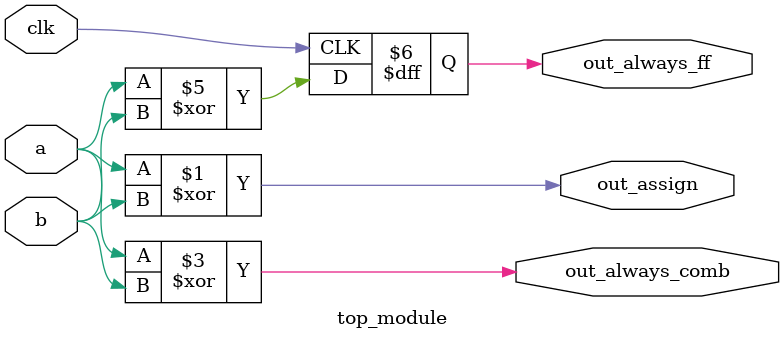
<source format=v>
module top_module(
    input clk,
    input a,
    input b,
    output wire out_assign,
    output reg out_always_comb,
    output reg out_always_ff   );
    assign out_assign = a^b; //Can only be used when not inside a procedure ("always block").
    always @(*) out_always_comb = a^b; // another way of writing assign statement is always@(*) with extra benifit of using 'if, case, etc' like statements which is not avl in using assign only.
    always @(posedge clk) out_always_ff <= a^b;// in sequential circuits <= is used to assign the values to output variable, can assume the meaning of this sign that value is getting pushed to output variable after a posedge clk. 

endmodule


//THEORY : 
//For hardware synthesis, there are two types of always blocks that are relevant:

//Combinational: always @(*)
//Clocked: always @(posedge clk)
//Clocked always blocks create a blob of combinational logic just like combinational always blocks, but also creates a set of flip-flops (or "registers") at the output of the blob of combinational logic. Instead of the outputs of the blob of logic being visible immediately, the outputs are visible only immediately after the next (posedge clk).

//Blocking vs. Non-Blocking Assignment
//There are three types of assignments in Verilog:

//Continuous assignments (assign x = y;). Can only be used when not inside a procedure ("always block").
//Procedural blocking assignment: (x = y;). Can only be used inside a procedure.
//Procedural non-blocking assignment: (x <= y;). Can only be used inside a procedure.
//In a combinational always block, use blocking assignments. In a clocked always block, use non-blocking assignments. A full understanding of why is not particularly useful for hardware design and requires a good understanding of how Verilog simulators keep track of events. Not following this rule results in extremely hard to find errors that are both non-deterministic and differ between simulation and synthesized hardware.

</source>
